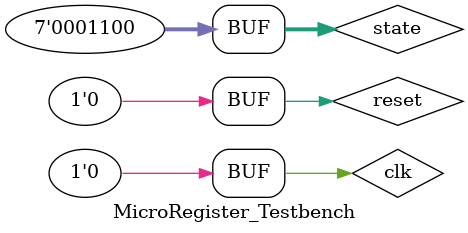
<source format=v>
`include "ControlRegister.v"
`include "Microstore.v"

module MicroRegister_Testbench;
    reg clk, reset;
    reg [6:0] state;
    wire[43:0] StateSignals;
    Microstore Mstore(state, reset, StateSignals);

    wire IRld, PCld, nPCld, RFld, MA, MC, ME, MF, MPA, MP, MR, RW, MOV, MDRld, MARld, Cin, Inv, IncRld;
    wire [1:0] MB;
    wire [5:0] OpC;
    wire [1:0] SSE;
    wire [3:0] OP;
    wire [6:0] CR;
    wire [1:0] S;
    wire [2:0] N;
    ControlRegister CReg(StateSignals, clk, IRld, PCld, nPCld,
                            RFld, MA, MB, MC, ME, MF, 
                            MPA, MP, MR, RW, MOV, MDRld, 
                            MARld, OpC, Cin, SSE, OP, CR, 
                            Inv, IncRld, S, N);

    initial begin
        clk = 1'b0;
        reset = 1'b0;
        // 12 up-down clock cycles of #2.
        repeat (26)
            #1 clk = !clk;
    end

    initial begin
        state = 7'd0;
            repeat(12)
                #2 state = state +1;
    end

    initial begin
        $display("State| IRld| PCld| nPCld| RFld| MA| MB|  MC| ME| MF| MPA| MP| MR| RW| MOV| MDRld| MARld|   OpC   |  Cin|  SSE|    OP  |     CR   | Inv| IncRld| S|   N  | clk|         time ");
        $monitor("%d      %b     %b      %b     %b    %b  %b   %b   %b   %b    %b    %b   %b   %b   %b     %b      %b     %b     %b     %b    %b     %b   %b    %b     %b   %b    %b %d",state , IRld, PCld, nPCld, RFld, MA, MB,MC, ME, MF, MPA, MP, MR, RW, MOV, MDRld, MARld, OpC, Cin,SSE, OP, CR, Inv, IncRld, S,  N, clk, $time );
    end
endmodule
</source>
